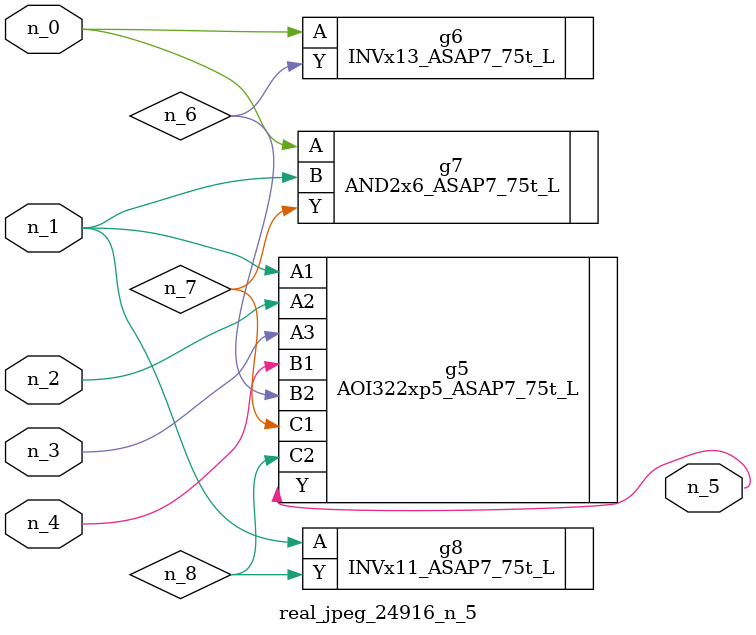
<source format=v>
module real_jpeg_24916_n_5 (n_4, n_0, n_1, n_2, n_3, n_5);

input n_4;
input n_0;
input n_1;
input n_2;
input n_3;

output n_5;

wire n_8;
wire n_6;
wire n_7;

INVx13_ASAP7_75t_L g6 ( 
.A(n_0),
.Y(n_6)
);

AND2x6_ASAP7_75t_L g7 ( 
.A(n_0),
.B(n_1),
.Y(n_7)
);

AOI322xp5_ASAP7_75t_L g5 ( 
.A1(n_1),
.A2(n_2),
.A3(n_3),
.B1(n_4),
.B2(n_6),
.C1(n_7),
.C2(n_8),
.Y(n_5)
);

INVx11_ASAP7_75t_L g8 ( 
.A(n_1),
.Y(n_8)
);


endmodule
</source>
